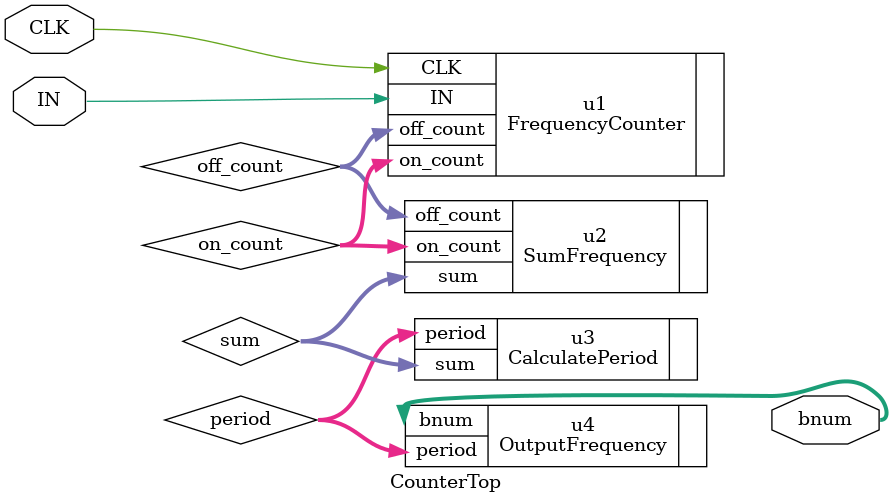
<source format=v>
module CounterTop(
    input CLK,
    input IN,
    output [11:0]bnum
);

wire [11:0]on_count;
wire [11:0]off_count;
wire [11:0] sum;
wire [11:0] period;


FrequencyCounter u1(
    .CLK(CLK),
    .IN(IN),
    .on_count(on_count),
    .off_count(off_count)
);

SumFrequency u2(
    .on_count(on_count),
    .off_count(off_count),
    .sum(sum)
);
CalculatePeriod u3(
    .sum(sum),
    .period(period)
);
OutputFrequency u4(
    .period(period),
    .bnum(bnum)
);


endmodule
</source>
